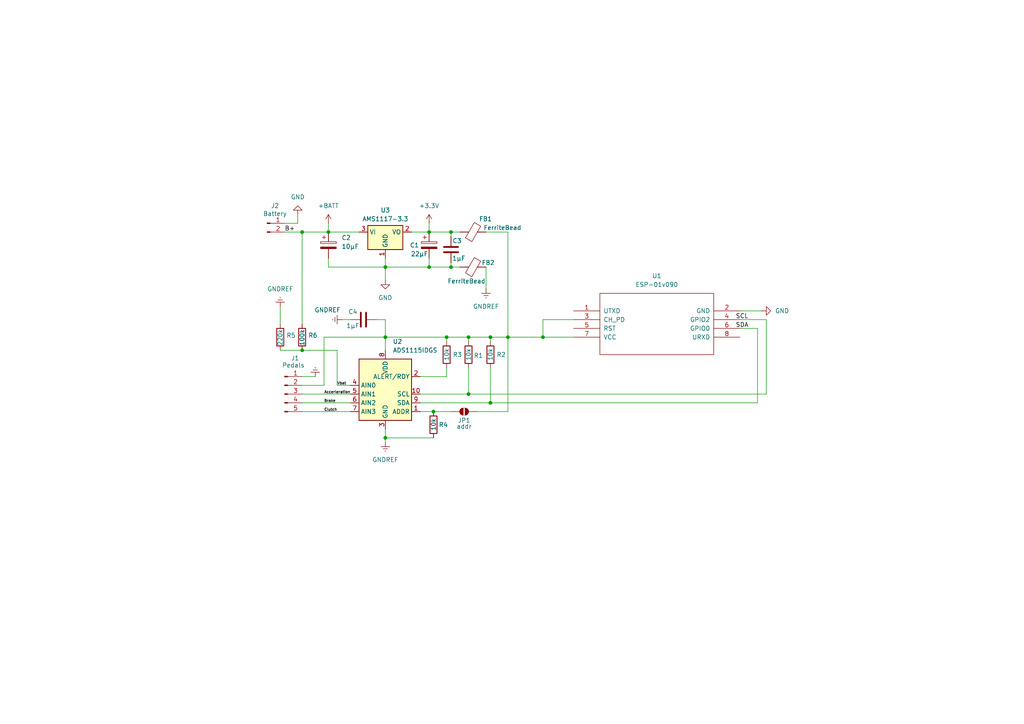
<source format=kicad_sch>
(kicad_sch (version 20250114) (generator "eeschema") (generator_version "9.0")
  (paper "A4")
  (title_block (title "ESPnow 4-channel A/D Sender") (date "2025-08-03") (rev "0.1") (comment 1 "A0 = Battery") (comment 2 "A1 = Accerlaration") (comment 3 "A2 = Brake") (comment 4 "A3 = Clutch"))
  (lib_symbols
    (symbol "Analog_ADC:ADS1115IDGS"
      (property "Reference" "U" (at 2.54 13.97 0))
      (property "Value" "ADS1115IDGS" (at 7.62 11.43 0))
      (symbol "ADS1115IDGS_0_1"
        (rectangle (start -7.62 10.16) (end 7.62 -7.62) (stroke (width 0.254)) (fill (type background)))
      )
      (symbol "ADS1115IDGS_1_1"
        (pin input line (at -10.16 2.54 0) (length 2.54) (name "AIN0") (number "4"))
        (pin input line (at -10.16 0 0) (length 2.54) (name "AIN1") (number "5"))
        (pin input line (at -10.16 -2.54 0) (length 2.54) (name "AIN2") (number "6"))
        (pin input line (at -10.16 -5.08 0) (length 2.54) (name "AIN3") (number "7"))
        (pin power_in line (at 0 12.7 270) (length 2.54) (name "VDD") (number "8"))
        (pin power_in line (at 0 -10.16 90) (length 2.54) (name "GND") (number "3"))
        (pin output line (at 10.16 5.08 180) (length 2.54) (name "ALERT/RDY") (number "2"))
        (pin input line (at 10.16 0 180) (length 2.54) (name "SCL") (number "10"))
        (pin bidirectional line (at 10.16 -2.54 180) (length 2.54) (name "SDA") (number "9"))
        (pin input line (at 10.16 -5.08 180) (length 2.54) (name "ADDR") (number "1"))
      )
    )
    (symbol "Connector:Conn_01x02_Pin" (pin_names (offset 1.016) (hide yes))
      (property "Reference" "J" (at 0 2.54 0))
      (property "Value" "Conn_01x02_Pin" (at 0 -5.08 0))
      (symbol "Conn_01x02_Pin_1_1"
        (rectangle (start 0.8636 0.127) (end 0 -0.127) (stroke (width 0.1524)) (fill (type outline)))
        (rectangle (start 0.8636 -2.413) (end 0 -2.667) (stroke (width 0.1524)) (fill (type outline)))
        (polyline (pts (xy 1.27 0) (xy 0.8636 0)) (stroke (width 0.1524)))
        (polyline (pts (xy 1.27 -2.54) (xy 0.8636 -2.54)) (stroke (width 0.1524)))
        (pin passive line (at 5.08 0 180) (length 3.81) (name "Pin_1") (number "1"))
        (pin passive line (at 5.08 -2.54 180) (length 3.81) (name "Pin_2") (number "2"))
      )
    )
    (symbol "Connector:Conn_01x05_Pin" (pin_names (offset 1.016) (hide yes))
      (property "Reference" "J" (at 0 7.62 0))
      (property "Value" "Conn_01x05_Pin" (at 0 -7.62 0))
      (symbol "Conn_01x05_Pin_1_1"
        (rectangle (start 0.8636 5.207) (end 0 4.953) (stroke (width 0.1524)) (fill (type outline)))
        (rectangle (start 0.8636 2.667) (end 0 2.413) (stroke (width 0.1524)) (fill (type outline)))
        (rectangle (start 0.8636 0.127) (end 0 -0.127) (stroke (width 0.1524)) (fill (type outline)))
        (rectangle (start 0.8636 -2.413) (end 0 -2.667) (stroke (width 0.1524)) (fill (type outline)))
        (rectangle (start 0.8636 -4.953) (end 0 -5.207) (stroke (width 0.1524)) (fill (type outline)))
        (polyline (pts (xy 1.27 5.08) (xy 0.8636 5.08)) (stroke (width 0.1524)))
        (polyline (pts (xy 1.27 2.54) (xy 0.8636 2.54)) (stroke (width 0.1524)))
        (polyline (pts (xy 1.27 0) (xy 0.8636 0)) (stroke (width 0.1524)))
        (polyline (pts (xy 1.27 -2.54) (xy 0.8636 -2.54)) (stroke (width 0.1524)))
        (polyline (pts (xy 1.27 -5.08) (xy 0.8636 -5.08)) (stroke (width 0.1524)))
        (pin passive line (at 5.08 5.08 180) (length 3.81) (name "Pin_1") (number "1"))
        (pin passive line (at 5.08 2.54 180) (length 3.81) (name "Pin_2") (number "2"))
        (pin passive line (at 5.08 0 180) (length 3.81) (name "Pin_3") (number "3"))
        (pin passive line (at 5.08 -2.54 180) (length 3.81) (name "Pin_4") (number "4"))
        (pin passive line (at 5.08 -5.08 180) (length 3.81) (name "Pin_5") (number "5"))
      )
    )
    (symbol "Device:C" (pin_numbers (hide yes)) (pin_names (offset 0.254))
      (property "Reference" "C" (at 0.635 2.54 0))
      (property "Value" "C" (at 0.635 -2.54 0))
      (symbol "C_0_1"
        (polyline (pts (xy -2.032 0.762) (xy 2.032 0.762)) (stroke (width 0.508)))
        (polyline (pts (xy -2.032 -0.762) (xy 2.032 -0.762)) (stroke (width 0.508)))
      )
      (symbol "C_1_1"
        (pin passive line (at 0 3.81 270) (length 2.794) (name "~") (number "1"))
        (pin passive line (at 0 -3.81 90) (length 2.794) (name "~") (number "2"))
      )
    )
    (symbol "Device:C_Polarized" (pin_numbers (hide yes)) (pin_names (offset 0.254))
      (property "Reference" "C" (at 0.635 2.54 0))
      (property "Value" "C_Polarized" (at 0.635 -2.54 0))
      (symbol "C_Polarized_0_1"
        (rectangle (start -2.286 0.508) (end 2.286 1.016))
        (polyline (pts (xy -1.778 2.286) (xy -0.762 2.286)))
        (polyline (pts (xy -1.27 2.794) (xy -1.27 1.778)))
        (rectangle (start 2.286 -0.508) (end -2.286 -1.016) (fill (type outline)))
      )
      (symbol "C_Polarized_1_1"
        (pin passive line (at 0 3.81 270) (length 2.794) (name "~") (number "1"))
        (pin passive line (at 0 -3.81 90) (length 2.794) (name "~") (number "2"))
      )
    )
    (symbol "Device:FerriteBead" (pin_numbers (hide yes)) (pin_names (offset 0))
      (property "Reference" "FB" (at -3.81 0.635 90))
      (property "Value" "FerriteBead" (at 3.81 0 90))
      (symbol "FerriteBead_0_1"
        (polyline (pts (xy -2.7686 0.4064) (xy -1.7018 2.2606) (xy 2.7686 -0.3048) (xy 1.6764 -2.159) (xy -2.7686 0.4064)))
        (polyline (pts (xy 0 1.27) (xy 0 1.2954)))
        (polyline (pts (xy 0 -1.27) (xy 0 -1.2192)))
      )
      (symbol "FerriteBead_1_1"
        (pin passive line (at 0 3.81 270) (length 2.54) (name "~") (number "1"))
        (pin passive line (at 0 -3.81 90) (length 2.54) (name "~") (number "2"))
      )
    )
    (symbol "Device:R" (pin_numbers (hide yes)) (pin_names (offset 0))
      (property "Reference" "R" (at 2.032 0 90))
      (property "Value" "R" (at 0 0 90))
      (symbol "R_0_1"
        (rectangle (start -1.016 -2.54) (end 1.016 2.54) (stroke (width 0.254)))
      )
      (symbol "R_1_1"
        (pin passive line (at 0 3.81 270) (length 1.27) (name "~") (number "1"))
        (pin passive line (at 0 -3.81 90) (length 1.27) (name "~") (number "2"))
      )
    )
    (symbol "ESP8266:ESP-01v090" (pin_names (offset 1.016))
      (property "Reference" "U" (at 0 -2.54 0))
      (property "Value" "ESP-01v090" (at 0 2.54 0))
      (symbol "ESP-01v090_1_0"
        (rectangle (start -16.51 -8.89) (end 16.51 8.89))
      )
      (symbol "ESP-01v090_1_1"
        (pin output line (at -24.13 3.81 0) (length 7.62) (name "UTXD") (number "1"))
        (pin input line (at -24.13 1.27 0) (length 7.62) (name "CH_PD") (number "3"))
        (pin input line (at -24.13 -1.27 0) (length 7.62) (name "RST") (number "5"))
        (pin power_in line (at -24.13 -3.81 0) (length 7.62) (name "VCC") (number "7"))
        (pin power_in line (at 24.13 3.81 180) (length 7.62) (name "GND") (number "2"))
        (pin tri_state line (at 24.13 1.27 180) (length 7.62) (name "GPIO2") (number "4"))
        (pin tri_state line (at 24.13 -1.27 180) (length 7.62) (name "GPIO0") (number "6"))
        (pin input line (at 24.13 -3.81 180) (length 7.62) (name "URXD") (number "8"))
      )
    )
    (symbol "Jumper:SolderJumper_2_Open" (pin_numbers (hide yes)) (pin_names (offset 0) (hide yes)) (in_bom no)
      (property "Reference" "JP" (at 0 2.032 0))
      (property "Value" "SolderJumper_2_Open" (at 0 -2.54 0))
      (symbol "SolderJumper_2_Open_0_1"
        (polyline (pts (xy -0.254 1.016) (xy -0.254 -1.016)))
        (arc (start -0.254 -1.016) (mid -1.2656 0) (end -0.254 1.016))
        (arc (start -0.254 -1.016) (mid -1.2656 0) (end -0.254 1.016) (fill (type outline)))
        (arc (start 0.254 1.016) (mid 1.2656 0) (end 0.254 -1.016))
        (arc (start 0.254 1.016) (mid 1.2656 0) (end 0.254 -1.016) (fill (type outline)))
        (polyline (pts (xy 0.254 1.016) (xy 0.254 -1.016)))
      )
      (symbol "SolderJumper_2_Open_1_1"
        (pin passive line (at -3.81 0 0) (length 2.54) (name "A") (number "1"))
        (pin passive line (at 3.81 0 180) (length 2.54) (name "B") (number "2"))
      )
    )
    (symbol "Regulator_Linear:AMS1117-3.3"
      (property "Reference" "U" (at -3.81 3.175 0))
      (property "Value" "AMS1117-3.3" (at 0 3.175 0))
      (symbol "AMS1117-3.3_0_1"
        (rectangle (start -5.08 -5.08) (end 5.08 1.905) (stroke (width 0.254)) (fill (type background)))
      )
      (symbol "AMS1117-3.3_1_1"
        (pin power_in line (at -7.62 0 0) (length 2.54) (name "VI") (number "3"))
        (pin power_in line (at 0 -7.62 90) (length 2.54) (name "GND") (number "1"))
        (pin power_out line (at 7.62 0 180) (length 2.54) (name "VO") (number "2"))
      )
    )
    (symbol "power:+3.3V" (power) (pin_numbers (hide yes)) (pin_names (offset 0) (hide yes))
      (property "Value" "+3.3V" (at 0 3.556 0))
      (symbol "+3.3V_0_1"
        (polyline (pts (xy -0.762 1.27) (xy 0 2.54)))
        (polyline (pts (xy 0 2.54) (xy 0.762 1.27)))
        (polyline (pts (xy 0 0) (xy 0 2.54)))
      )
      (symbol "+3.3V_1_1"
        (pin power_in line (at 0 0 90) (length 0) (name "~") (number "1"))
      )
    )
    (symbol "power:+BATT" (power) (pin_numbers (hide yes)) (pin_names (offset 0) (hide yes))
      (property "Value" "+BATT" (at 0 3.556 0))
      (symbol "+BATT_0_1"
        (polyline (pts (xy -0.762 1.27) (xy 0 2.54)))
        (polyline (pts (xy 0 2.54) (xy 0.762 1.27)))
        (polyline (pts (xy 0 0) (xy 0 2.54)))
      )
      (symbol "+BATT_1_1"
        (pin power_in line (at 0 0 90) (length 0) (name "~") (number "1"))
      )
    )
    (symbol "power:GND" (power) (pin_numbers (hide yes)) (pin_names (offset 0) (hide yes))
      (property "Value" "GND" (at 0 -3.81 0))
      (symbol "GND_0_1"
        (polyline (pts (xy 0 0) (xy 0 -1.27) (xy 1.27 -1.27) (xy 0 -2.54) (xy -1.27 -1.27) (xy 0 -1.27)))
      )
      (symbol "GND_1_1"
        (pin power_in line (at 0 0 270) (length 0) (name "~") (number "1"))
      )
    )
    (symbol "power:GNDREF" (power) (pin_numbers (hide yes)) (pin_names (offset 0) (hide yes))
      (property "Value" "GNDREF" (at 0 -3.81 0))
      (symbol "GNDREF_0_1"
        (polyline (pts (xy -0.635 -1.905) (xy 0.635 -1.905)))
        (polyline (pts (xy -0.127 -2.54) (xy 0.127 -2.54)))
        (polyline (pts (xy 0 -1.27) (xy 0 0)))
        (polyline (pts (xy 1.27 -1.27) (xy -1.27 -1.27)))
      )
      (symbol "GNDREF_1_1"
        (pin power_in line (at 0 0 270) (length 0) (name "~") (number "1"))
      )
    )
  )
  (junction (at 129.54 97.79))
  (junction (at 135.89 114.3))
  (junction (at 142.24 116.84))
  (junction (at 157.48 97.79))
  (junction (at 111.76 127))
  (junction (at 124.46 77.47))
  (junction (at 125.73 119.38))
  (junction (at 87.63 67.31))
  (junction (at 130.81 77.47))
  (junction (at 135.89 97.79))
  (junction (at 124.46 67.31))
  (junction (at 87.63 101.6))
  (junction (at 142.24 97.79))
  (junction (at 147.32 97.79))
  (junction (at 95.25 67.31))
  (junction (at 111.76 97.79))
  (junction (at 111.76 77.47))
  (junction (at 130.81 67.31))
  (wire (pts (xy 130.81 67.31) (xy 133.35 67.31)))
  (wire (pts (xy 130.81 77.47) (xy 133.35 77.47)))
  (wire (pts (xy 87.63 114.3) (xy 101.6 114.3)))
  (wire (pts (xy 111.76 77.47) (xy 111.76 81.28)))
  (wire (pts (xy 214.63 92.71) (xy 222.25 92.71)))
  (wire (pts (xy 157.48 92.71) (xy 157.48 97.79)))
  (wire (pts (xy 125.73 119.38) (xy 130.81 119.38)))
  (wire (pts (xy 214.63 90.17) (xy 220.98 90.17)))
  (wire (pts (xy 87.63 67.31) (xy 95.25 67.31)))
  (wire (pts (xy 214.63 95.25) (xy 219.71 95.25)))
  (wire (pts (xy 222.25 92.71) (xy 222.25 114.3)))
  (wire (pts (xy 147.32 97.79) (xy 142.24 97.79)))
  (wire (pts (xy 124.46 77.47) (xy 111.76 77.47)))
  (wire (pts (xy 82.55 64.77) (xy 86.36 64.77)))
  (wire (pts (xy 111.76 127) (xy 111.76 128.27)))
  (wire (pts (xy 119.38 67.31) (xy 124.46 67.31)))
  (wire (pts (xy 81.28 101.6) (xy 87.63 101.6)))
  (wire (pts (xy 147.32 97.79) (xy 157.48 97.79)))
  (wire (pts (xy 87.63 119.38) (xy 101.6 119.38)))
  (wire (pts (xy 142.24 116.84) (xy 142.24 106.68)))
  (wire (pts (xy 130.81 76.2) (xy 130.81 77.47)))
  (wire (pts (xy 111.76 124.46) (xy 111.76 127)))
  (wire (pts (xy 124.46 67.31) (xy 130.81 67.31)))
  (wire (pts (xy 140.97 77.47) (xy 140.97 83.82)))
  (wire (pts (xy 124.46 64.77) (xy 124.46 67.31)))
  (wire (pts (xy 121.92 114.3) (xy 135.89 114.3)))
  (wire (pts (xy 101.6 111.76) (xy 97.79 111.76)))
  (wire (pts (xy 86.36 64.77) (xy 86.36 62.23)))
  (wire (pts (xy 97.79 101.6) (xy 87.63 101.6)))
  (wire (pts (xy 111.76 92.71) (xy 111.76 97.79)))
  (wire (pts (xy 147.32 67.31) (xy 147.32 97.79)))
  (wire (pts (xy 124.46 77.47) (xy 130.81 77.47)))
  (wire (pts (xy 95.25 67.31) (xy 104.14 67.31)))
  (wire (pts (xy 81.28 88.9) (xy 81.28 93.98)))
  (wire (pts (xy 129.54 97.79) (xy 129.54 99.06)))
  (wire (pts (xy 124.46 74.93) (xy 124.46 77.47)))
  (wire (pts (xy 129.54 97.79) (xy 135.89 97.79)))
  (wire (pts (xy 82.55 67.31) (xy 87.63 67.31)))
  (wire (pts (xy 142.24 97.79) (xy 142.24 99.06)))
  (wire (pts (xy 93.98 97.79) (xy 111.76 97.79)))
  (wire (pts (xy 147.32 119.38) (xy 147.32 97.79)))
  (wire (pts (xy 87.63 109.22) (xy 91.44 109.22)))
  (wire (pts (xy 93.98 111.76) (xy 93.98 97.79)))
  (wire (pts (xy 140.97 67.31) (xy 147.32 67.31)))
  (wire (pts (xy 129.54 109.22) (xy 121.92 109.22)))
  (wire (pts (xy 97.79 111.76) (xy 97.79 101.6)))
  (wire (pts (xy 87.63 67.31) (xy 87.63 93.98)))
  (wire (pts (xy 95.25 74.93) (xy 95.25 77.47)))
  (wire (pts (xy 130.81 67.31) (xy 130.81 68.58)))
  (wire (pts (xy 166.37 92.71) (xy 157.48 92.71)))
  (wire (pts (xy 138.43 119.38) (xy 147.32 119.38)))
  (wire (pts (xy 95.25 64.77) (xy 95.25 67.31)))
  (wire (pts (xy 109.22 92.71) (xy 111.76 92.71)))
  (wire (pts (xy 87.63 111.76) (xy 93.98 111.76)))
  (wire (pts (xy 111.76 97.79) (xy 129.54 97.79)))
  (wire (pts (xy 111.76 127) (xy 125.73 127)))
  (wire (pts (xy 95.25 77.47) (xy 111.76 77.47)))
  (wire (pts (xy 219.71 116.84) (xy 142.24 116.84)))
  (wire (pts (xy 135.89 114.3) (xy 135.89 106.68)))
  (wire (pts (xy 111.76 101.6) (xy 111.76 97.79)))
  (wire (pts (xy 121.92 116.84) (xy 142.24 116.84)))
  (wire (pts (xy 129.54 106.68) (xy 129.54 109.22)))
  (wire (pts (xy 135.89 97.79) (xy 142.24 97.79)))
  (wire (pts (xy 87.63 116.84) (xy 101.6 116.84)))
  (wire (pts (xy 99.06 92.71) (xy 101.6 92.71)))
  (wire (pts (xy 121.92 119.38) (xy 125.73 119.38)))
  (wire (pts (xy 111.76 74.93) (xy 111.76 77.47)))
  (wire (pts (xy 222.25 114.3) (xy 135.89 114.3)))
  (wire (pts (xy 135.89 97.79) (xy 135.89 99.06)))
  (wire (pts (xy 219.71 95.25) (xy 219.71 116.84)))
  (wire (pts (xy 157.48 97.79) (xy 166.37 97.79)))
  (label "Vbat" (at 97.79 111.76 0) (effects (font (size 0.762 0.762))))
  (label "SCL" (at 213.36 92.71 0))
  (label "B+" (at 82.55 67.31 0))
  (label "Accerleration" (at 93.98 114.3 0) (effects (font (size 0.762 0.762))))
  (label "Brake" (at 93.98 116.84 0) (effects (font (size 0.762 0.762))))
  (label "SDA" (at 213.36 95.25 0))
  (label "Clutch" (at 93.98 119.38 0) (effects (font (size 0.762 0.762))))
  (symbol (lib_id "Device:C") (at 130.81 72.39 0) (unit 1)
    (property "Reference" "C3" (at 132.588 69.85 0))
    (property "Value" "1µF" (at 133.096 74.93 0))
    (property "Footprint" "Capacitor_SMD:C_1206_3216Metric_Pad1.33x1.80mm_HandSolder" (effects (hide yes)))
    (property "Description" "Unpolarized capacitor" (effects (hide yes)))
  )
  (symbol (lib_id "power:GNDREF") (at 91.44 109.22 180) (unit 1)
    (property "Reference" "#PWR06" (effects (hide yes)))
    (property "Value" "GNDREF" (effects (hide yes)))
    (property "Description" "Power symbol creates a global label with name \"GNDREF\" , reference supply ground" (effects (hide yes)))
  )
  (symbol (lib_id "power:GNDREF") (at 99.06 92.71 270) (unit 1)
    (property "Reference" "#PWR08" (effects (hide yes)))
    (property "Value" "GNDREF" (at 98.806 89.916 90) (effects (justify right)))
    (property "Description" "Power symbol creates a global label with name \"GNDREF\" , reference supply ground" (effects (hide yes)))
  )
  (symbol (lib_id "Jumper:SolderJumper_2_Open") (at 134.62 119.38 180) (unit 1) (in_bom no)
    (property "Reference" "JP1" (at 134.62 121.92 0))
    (property "Value" "addr" (at 134.62 123.698 0))
    (property "Footprint" "Jumper:SolderJumper-2_P1.3mm_Open_TrianglePad1.0x1.5mm" (effects (hide yes)))
    (property "Description" "Solder Jumper, 2-pole, open" (effects (hide yes)))
  )
  (symbol (lib_id "power:GND") (at 220.98 90.17 90) (unit 1)
    (property "Reference" "#PWR05" (effects (hide yes)))
    (property "Value" "GND" (at 224.79 90.1699 90) (effects (justify right)))
    (property "Description" "Power symbol creates a global label with name \"GND\" , ground" (effects (hide yes)))
  )
  (symbol (lib_id "power:GND") (at 86.36 62.23 180) (unit 1)
    (property "Reference" "#PWR03" (effects (hide yes)))
    (property "Value" "GND" (at 86.36 57.15 0))
    (property "Description" "Power symbol creates a global label with name \"GND\" , ground" (effects (hide yes)))
  )
  (symbol (lib_id "Analog_ADC:ADS1115IDGS") (at 111.76 114.3 0) (unit 1)
    (property "Reference" "U2" (at 113.9033 99.06 0) (effects (justify left)))
    (property "Value" "ADS1115IDGS" (at 113.9033 101.6 0) (effects (justify left)))
    (property "Footprint" "Package_SO:MSOP-10_3x3mm_P0.5mm" (effects (hide yes)))
    (property "Datasheet" "http://www.ti.com/lit/ds/symlink/ads1113.pdf" (effects (hide yes)))
    (property "Description" "Ultra-Small, Low-Power, I2C-Compatible, 860-SPS, 16-Bit ADCs With Internal Reference, Oscillator, and Programmable Comparator, VSSOP-10" (effects (hide yes)))
  )
  (symbol (lib_id "Device:C_Polarized") (at 124.46 71.12 0) (unit 1)
    (property "Reference" "C1" (at 118.872 71.12 0) (effects (justify left)))
    (property "Value" "22µF" (at 119.126 73.66 0) (effects (justify left)))
    (property "Footprint" "Capacitor_SMD:C_1206_3216Metric_Pad1.33x1.80mm_HandSolder" (effects (hide yes)))
    (property "Description" "Polarized capacitor" (effects (hide yes)))
  )
  (symbol (lib_id "power:GNDREF") (at 111.76 128.27 0) (unit 1)
    (property "Reference" "#PWR01" (effects (hide yes)))
    (property "Value" "GNDREF" (at 111.76 133.35 0))
    (property "Description" "Power symbol creates a global label with name \"GNDREF\" , reference supply ground" (effects (hide yes)))
  )
  (symbol (lib_id "Device:R") (at 87.63 97.79 0) (unit 1)
    (property "Reference" "R6" (at 89.408 97.282 0) (effects (justify left)))
    (property "Value" "100k" (at 87.63 100.33 90) (effects (justify left)))
    (property "Footprint" "Resistor_SMD:R_1206_3216Metric_Pad1.30x1.75mm_HandSolder" (effects (hide yes)))
    (property "Description" "Resistor" (effects (hide yes)))
  )
  (symbol (lib_id "Connector:Conn_01x02_Pin") (at 77.47 64.77 0) (unit 1)
    (property "Reference" "J2" (at 79.756 59.69 0))
    (property "Value" "Battery" (at 79.756 61.976 0))
    (property "Footprint" "Connector_PinHeader_2.54mm:PinHeader_1x02_P2.54mm_Vertical" (effects (hide yes)))
    (property "Description" "Generic connector, single row, 01x02, script generated" (effects (hide yes)))
  )
  (symbol (lib_id "power:GNDREF") (at 140.97 83.82 0) (unit 1)
    (property "Reference" "#PWR07" (effects (hide yes)))
    (property "Value" "GNDREF" (at 140.97 88.9 0))
    (property "Description" "Power symbol creates a global label with name \"GNDREF\" , reference supply ground" (effects (hide yes)))
  )
  (symbol (lib_id "Device:FerriteBead") (at 137.16 77.47 270) (unit 1)
    (property "Reference" "FB2" (at 139.7 76.2 90) (effects (justify left)))
    (property "Value" "FerriteBead" (at 129.794 81.534 90) (effects (justify left)))
    (property "Footprint" "Inductor_SMD:L_1206_3216Metric_Pad1.22x1.90mm_HandSolder" (effects (hide yes)))
    (property "Description" "Ferrite bead" (effects (hide yes)))
  )
  (symbol (lib_id "Device:R") (at 129.54 102.87 0) (unit 1)
    (property "Reference" "R3" (at 131.318 102.87 0) (effects (justify left)))
    (property "Value" "10k" (at 129.54 104.648 90) (effects (justify left)))
    (property "Footprint" "Resistor_SMD:R_1206_3216Metric_Pad1.30x1.75mm_HandSolder" (effects (hide yes)))
    (property "Description" "Resistor" (effects (hide yes)))
  )
  (symbol (lib_id "Device:R") (at 81.28 97.79 0) (unit 1)
    (property "Reference" "R5" (at 83.058 97.282 0) (effects (justify left)))
    (property "Value" "220k" (at 81.28 100.33 90) (effects (justify left)))
    (property "Footprint" "Resistor_SMD:R_1206_3216Metric_Pad1.30x1.75mm_HandSolder" (effects (hide yes)))
    (property "Description" "Resistor" (effects (hide yes)))
  )
  (symbol (lib_id "Device:FerriteBead") (at 137.16 67.31 270) (unit 1)
    (property "Reference" "FB1" (at 138.938 63.5 90) (effects (justify left)))
    (property "Value" "FerriteBead" (at 140.208 66.04 90) (effects (justify left)))
    (property "Footprint" "Inductor_SMD:L_1206_3216Metric_Pad1.22x1.90mm_HandSolder" (effects (hide yes)))
    (property "Description" "Ferrite bead" (effects (hide yes)))
  )
  (symbol (lib_id "power:GNDREF") (at 81.28 88.9 180) (unit 1)
    (property "Reference" "#PWR02" (effects (hide yes)))
    (property "Value" "GNDREF" (at 81.28 83.82 0))
    (property "Description" "Power symbol creates a global label with name \"GNDREF\" , reference supply ground" (effects (hide yes)))
  )
  (symbol (lib_id "Device:C_Polarized") (at 95.25 71.12 0) (unit 1)
    (property "Reference" "C2" (at 99.06 68.9609 0) (effects (justify left)))
    (property "Value" "10µF" (at 99.06 71.5009 0) (effects (justify left)))
    (property "Footprint" "Capacitor_SMD:C_1206_3216Metric_Pad1.33x1.80mm_HandSolder" (effects (hide yes)))
    (property "Description" "Polarized capacitor" (effects (hide yes)))
  )
  (symbol (lib_id "Device:R") (at 125.73 123.19 0) (unit 1)
    (property "Reference" "R4" (at 127.254 123.19 0) (effects (justify left)))
    (property "Value" "10k" (at 125.73 124.968 90) (effects (justify left)))
    (property "Footprint" "Resistor_SMD:R_1206_3216Metric_Pad1.30x1.75mm_HandSolder" (effects (hide yes)))
    (property "Description" "Resistor" (effects (hide yes)))
  )
  (symbol (lib_id "Device:C") (at 105.41 92.71 90) (unit 1)
    (property "Reference" "C4" (at 102.362 90.424 90))
    (property "Value" "1µF" (at 102.362 94.488 90))
    (property "Footprint" "Capacitor_SMD:C_1206_3216Metric_Pad1.33x1.80mm_HandSolder" (effects (hide yes)))
    (property "Description" "Unpolarized capacitor" (effects (hide yes)))
  )
  (symbol (lib_id "power:+BATT") (at 95.25 64.77 0) (unit 1)
    (property "Reference" "#PWR04" (effects (hide yes)))
    (property "Value" "+BATT" (at 95.25 59.69 0))
    (property "Description" "Power symbol creates a global label with name \"+BATT\"" (effects (hide yes)))
  )
  (symbol (lib_id "power:GND") (at 111.76 81.28 0) (unit 1)
    (property "Reference" "#PWR09" (effects (hide yes)))
    (property "Value" "GND" (at 111.76 86.36 0))
    (property "Description" "Power symbol creates a global label with name \"GND\" , ground" (effects (hide yes)))
  )
  (symbol (lib_id "power:+3.3V") (at 124.46 64.77 0) (unit 1)
    (property "Reference" "#PWR010" (effects (hide yes)))
    (property "Value" "+3.3V" (at 124.46 59.69 0))
    (property "Description" "Power symbol creates a global label with name \"+3.3V\"" (effects (hide yes)))
  )
  (symbol (lib_id "ESP8266:ESP-01v090") (at 190.5 93.98 0) (unit 1)
    (property "Reference" "U1" (at 190.5 80.01 0))
    (property "Value" "ESP-01v090" (at 190.5 82.55 0))
    (property "Footprint" "kicad-ESP8266:ESP-01" (effects (hide yes)))
    (property "Datasheet" "http://l0l.org.uk/2014/12/esp8266-modules-hardware-guide-gotta-catch-em-all/" (effects (hide yes)))
    (property "Description" "ESP8266 ESP-01 module, v090" (effects (hide yes)))
  )
  (symbol (lib_id "Regulator_Linear:AMS1117-3.3") (at 111.76 67.31 0) (unit 1)
    (property "Reference" "U3" (at 111.76 60.96 0))
    (property "Value" "AMS1117-3.3" (at 111.76 63.5 0))
    (property "Footprint" "Package_TO_SOT_SMD:SOT-223-3_TabPin2" (effects (hide yes)))
    (property "Datasheet" "http://www.advanced-monolithic.com/pdf/ds1117.pdf" (effects (hide yes)))
    (property "Description" "1A Low Dropout regulator, positive, 3.3V fixed output, SOT-223" (effects (hide yes)))
  )
  (symbol (lib_id "Device:R") (at 142.24 102.87 0) (unit 1)
    (property "Reference" "R2" (at 144.018 102.87 0) (effects (justify left)))
    (property "Value" "10k" (at 142.24 104.648 90) (effects (justify left)))
    (property "Footprint" "Resistor_SMD:R_1206_3216Metric_Pad1.30x1.75mm_HandSolder" (effects (hide yes)))
    (property "Description" "Resistor" (effects (hide yes)))
  )
  (symbol (lib_id "Device:R") (at 135.89 102.87 0) (unit 1)
    (property "Reference" "R1" (at 137.414 103.124 0) (effects (justify left)))
    (property "Value" "10k" (at 135.89 104.648 90) (effects (justify left)))
    (property "Footprint" "Resistor_SMD:R_1206_3216Metric_Pad1.30x1.75mm_HandSolder" (effects (hide yes)))
    (property "Description" "Resistor" (effects (hide yes)))
  )
  (symbol (lib_id "Connector:Conn_01x05_Pin") (at 82.55 114.3 0) (unit 1)
    (property "Reference" "J1" (at 85.598 103.886 0))
    (property "Value" "Pedals" (at 85.09 105.918 0))
    (property "Footprint" "Connector_PinHeader_2.54mm:PinHeader_1x05_P2.54mm_Vertical" (effects (hide yes)))
    (property "Description" "Generic connector, single row, 01x05, script generated" (effects (hide yes)))
  )
)
</source>
